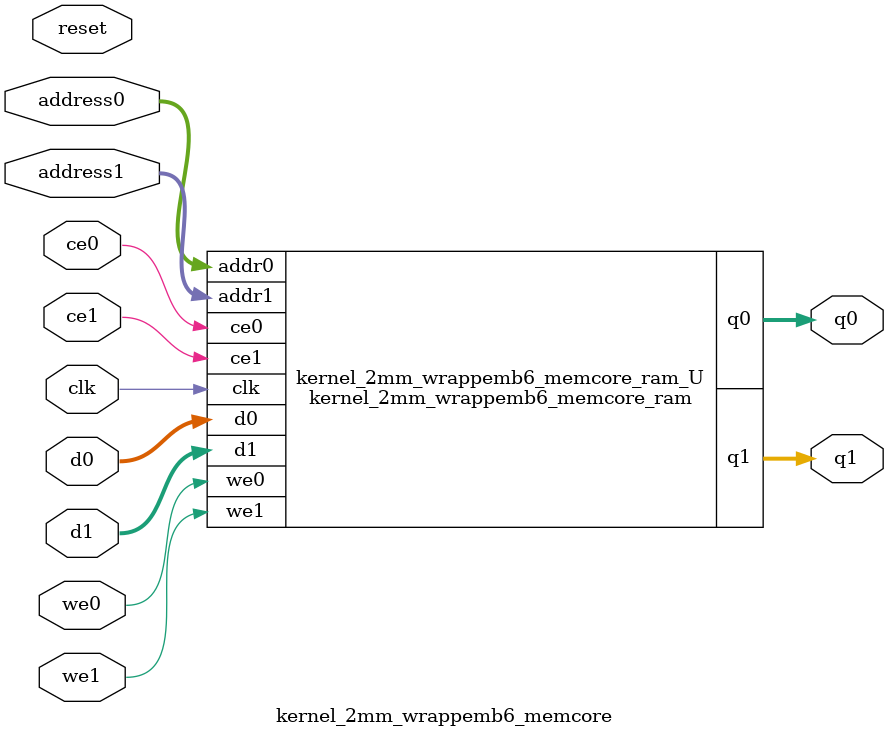
<source format=v>

`timescale 1 ns / 1 ps
module kernel_2mm_wrappemb6_memcore_ram (addr0, ce0, d0, we0, q0, addr1, ce1, d1, we1, q1,  clk);

parameter DWIDTH = 32;
parameter AWIDTH = 9;
parameter MEM_SIZE = 384;

input[AWIDTH-1:0] addr0;
input ce0;
input[DWIDTH-1:0] d0;
input we0;
output reg[DWIDTH-1:0] q0;
input[AWIDTH-1:0] addr1;
input ce1;
input[DWIDTH-1:0] d1;
input we1;
output reg[DWIDTH-1:0] q1;
input clk;

(* ram_style = "block" *)reg [DWIDTH-1:0] ram[0:MEM_SIZE-1];




always @(posedge clk)  
begin 
    if (ce0) 
    begin
        if (we0) 
        begin 
            ram[addr0] <= d0; 
            q0 <= d0;
        end 
        else 
            q0 <= ram[addr0];
    end
end


always @(posedge clk)  
begin 
    if (ce1) 
    begin
        if (we1) 
        begin 
            ram[addr1] <= d1; 
            q1 <= d1;
        end 
        else 
            q1 <= ram[addr1];
    end
end


endmodule


`timescale 1 ns / 1 ps
module kernel_2mm_wrappemb6_memcore(
    reset,
    clk,
    address0,
    ce0,
    we0,
    d0,
    q0,
    address1,
    ce1,
    we1,
    d1,
    q1);

parameter DataWidth = 32'd32;
parameter AddressRange = 32'd384;
parameter AddressWidth = 32'd9;
input reset;
input clk;
input[AddressWidth - 1:0] address0;
input ce0;
input we0;
input[DataWidth - 1:0] d0;
output[DataWidth - 1:0] q0;
input[AddressWidth - 1:0] address1;
input ce1;
input we1;
input[DataWidth - 1:0] d1;
output[DataWidth - 1:0] q1;



kernel_2mm_wrappemb6_memcore_ram kernel_2mm_wrappemb6_memcore_ram_U(
    .clk( clk ),
    .addr0( address0 ),
    .ce0( ce0 ),
    .we0( we0 ),
    .d0( d0 ),
    .q0( q0 ),
    .addr1( address1 ),
    .ce1( ce1 ),
    .we1( we1 ),
    .d1( d1 ),
    .q1( q1 ));

endmodule


</source>
